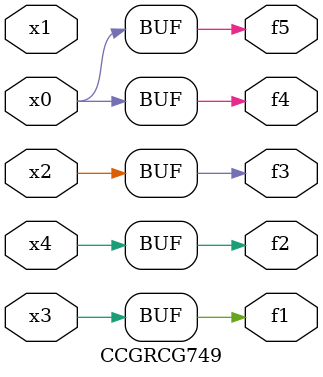
<source format=v>
module CCGRCG749(
	input x0, x1, x2, x3, x4,
	output f1, f2, f3, f4, f5
);
	assign f1 = x3;
	assign f2 = x4;
	assign f3 = x2;
	assign f4 = x0;
	assign f5 = x0;
endmodule

</source>
